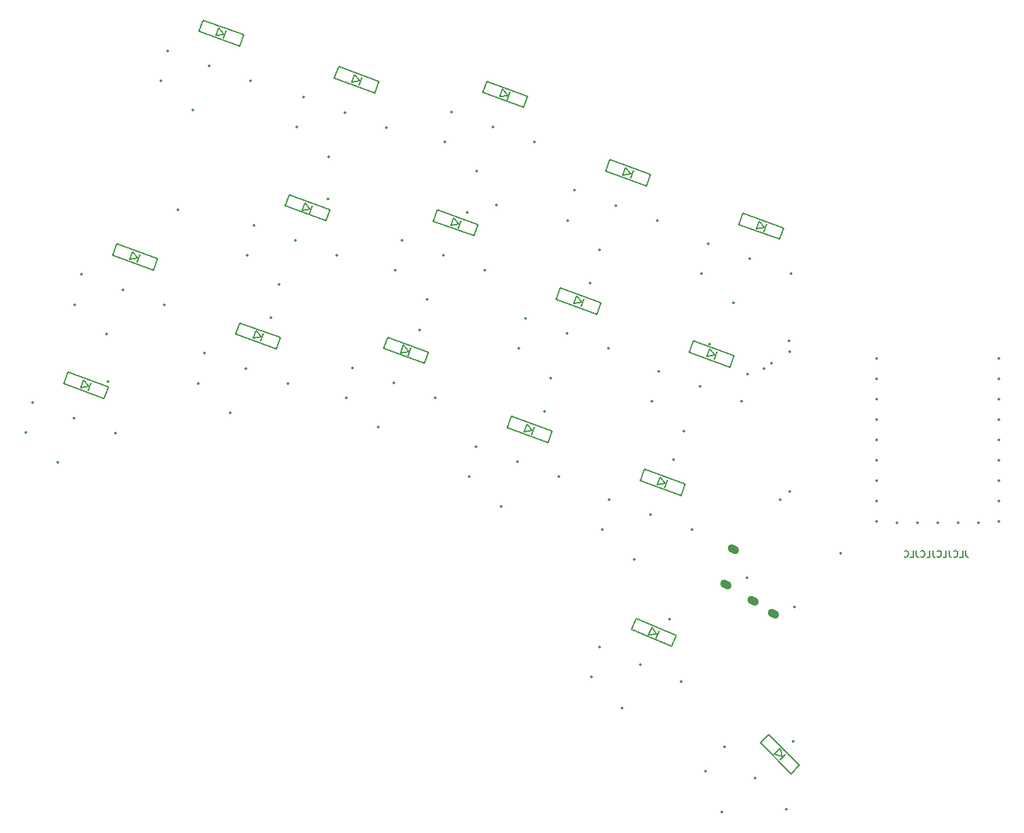
<source format=gbo>
%TF.GenerationSoftware,KiCad,Pcbnew,(6.0.11)*%
%TF.CreationDate,2024-04-13T23:12:42+09:00*%
%TF.ProjectId,haqua34_left,68617175-6133-4345-9f6c-6566742e6b69,rev?*%
%TF.SameCoordinates,Original*%
%TF.FileFunction,Legend,Bot*%
%TF.FilePolarity,Positive*%
%FSLAX46Y46*%
G04 Gerber Fmt 4.6, Leading zero omitted, Abs format (unit mm)*
G04 Created by KiCad (PCBNEW (6.0.11)) date 2024-04-13 23:12:42*
%MOMM*%
%LPD*%
G01*
G04 APERTURE LIST*
G04 Aperture macros list*
%AMHorizOval*
0 Thick line with rounded ends*
0 $1 width*
0 $2 $3 position (X,Y) of the first rounded end (center of the circle)*
0 $4 $5 position (X,Y) of the second rounded end (center of the circle)*
0 Add line between two ends*
20,1,$1,$2,$3,$4,$5,0*
0 Add two circle primitives to create the rounded ends*
1,1,$1,$2,$3*
1,1,$1,$4,$5*%
G04 Aperture macros list end*
%ADD10C,0.200000*%
%ADD11C,0.150000*%
%ADD12C,0.350000*%
%ADD13HorizOval,1.000000X-0.213160X0.130625X0.213160X-0.130625X0*%
G04 APERTURE END LIST*
D10*
X141795238Y-95661904D02*
X141795238Y-96233333D01*
X141833333Y-96347619D01*
X141909523Y-96423809D01*
X142023809Y-96461904D01*
X142100000Y-96461904D01*
X141033333Y-96461904D02*
X141414285Y-96461904D01*
X141414285Y-95661904D01*
X140309523Y-96385714D02*
X140347619Y-96423809D01*
X140461904Y-96461904D01*
X140538095Y-96461904D01*
X140652380Y-96423809D01*
X140728571Y-96347619D01*
X140766666Y-96271428D01*
X140804761Y-96119047D01*
X140804761Y-96004761D01*
X140766666Y-95852380D01*
X140728571Y-95776190D01*
X140652380Y-95700000D01*
X140538095Y-95661904D01*
X140461904Y-95661904D01*
X140347619Y-95700000D01*
X140309523Y-95738095D01*
X139738095Y-95661904D02*
X139738095Y-96233333D01*
X139776190Y-96347619D01*
X139852380Y-96423809D01*
X139966666Y-96461904D01*
X140042857Y-96461904D01*
X138976190Y-96461904D02*
X139357142Y-96461904D01*
X139357142Y-95661904D01*
X138252380Y-96385714D02*
X138290476Y-96423809D01*
X138404761Y-96461904D01*
X138480952Y-96461904D01*
X138595238Y-96423809D01*
X138671428Y-96347619D01*
X138709523Y-96271428D01*
X138747619Y-96119047D01*
X138747619Y-96004761D01*
X138709523Y-95852380D01*
X138671428Y-95776190D01*
X138595238Y-95700000D01*
X138480952Y-95661904D01*
X138404761Y-95661904D01*
X138290476Y-95700000D01*
X138252380Y-95738095D01*
X137680952Y-95661904D02*
X137680952Y-96233333D01*
X137719047Y-96347619D01*
X137795238Y-96423809D01*
X137909523Y-96461904D01*
X137985714Y-96461904D01*
X136919047Y-96461904D02*
X137300000Y-96461904D01*
X137300000Y-95661904D01*
X136195238Y-96385714D02*
X136233333Y-96423809D01*
X136347619Y-96461904D01*
X136423809Y-96461904D01*
X136538095Y-96423809D01*
X136614285Y-96347619D01*
X136652380Y-96271428D01*
X136690476Y-96119047D01*
X136690476Y-96004761D01*
X136652380Y-95852380D01*
X136614285Y-95776190D01*
X136538095Y-95700000D01*
X136423809Y-95661904D01*
X136347619Y-95661904D01*
X136233333Y-95700000D01*
X136195238Y-95738095D01*
X135623809Y-95661904D02*
X135623809Y-96233333D01*
X135661904Y-96347619D01*
X135738095Y-96423809D01*
X135852380Y-96461904D01*
X135928571Y-96461904D01*
X134861904Y-96461904D02*
X135242857Y-96461904D01*
X135242857Y-95661904D01*
X134138095Y-96385714D02*
X134176190Y-96423809D01*
X134290476Y-96461904D01*
X134366666Y-96461904D01*
X134480952Y-96423809D01*
X134557142Y-96347619D01*
X134595238Y-96271428D01*
X134633333Y-96119047D01*
X134633333Y-96004761D01*
X134595238Y-95852380D01*
X134557142Y-95776190D01*
X134480952Y-95700000D01*
X134366666Y-95661904D01*
X134290476Y-95661904D01*
X134176190Y-95700000D01*
X134138095Y-95738095D01*
D11*
%TO.C,D2*%
X66250877Y-37086808D02*
X65234144Y-37248836D01*
X66173836Y-37590856D02*
X66515856Y-36651164D01*
X68668685Y-37168685D02*
X63594345Y-35321776D01*
X65576164Y-36309144D02*
X66250877Y-37086808D01*
X68155655Y-38578224D02*
X68668685Y-37168685D01*
X63594345Y-35321776D02*
X63081315Y-36731315D01*
X63081315Y-36731315D02*
X68155655Y-38578224D01*
X65234144Y-37248836D02*
X65576164Y-36309144D01*
%TO.C,D9*%
X96343685Y-64743685D02*
X91269345Y-62896776D01*
X93925877Y-64661808D02*
X92909144Y-64823836D01*
X93848836Y-65165856D02*
X94190856Y-64226164D01*
X95830655Y-66153224D02*
X96343685Y-64743685D01*
X90756315Y-64306315D02*
X95830655Y-66153224D01*
X93251164Y-63884144D02*
X93925877Y-64661808D01*
X91269345Y-62896776D02*
X90756315Y-64306315D01*
X92909144Y-64823836D02*
X93251164Y-63884144D01*
%TO.C,D10*%
X107869345Y-69496776D02*
X107356315Y-70906315D01*
X107356315Y-70906315D02*
X112430655Y-72753224D01*
X109509144Y-71423836D02*
X109851164Y-70484144D01*
X110525877Y-71261808D02*
X109509144Y-71423836D01*
X110448836Y-71765856D02*
X110790856Y-70826164D01*
X109851164Y-70484144D02*
X110525877Y-71261808D01*
X112430655Y-72753224D02*
X112943685Y-71343685D01*
X112943685Y-71343685D02*
X107869345Y-69496776D01*
%TO.C,D8*%
X78600877Y-54911808D02*
X77584144Y-55073836D01*
X78523836Y-55415856D02*
X78865856Y-54476164D01*
X80505655Y-56403224D02*
X81018685Y-54993685D01*
X77584144Y-55073836D02*
X77926164Y-54134144D01*
X75431315Y-54556315D02*
X80505655Y-56403224D01*
X77926164Y-54134144D02*
X78600877Y-54911808D01*
X81018685Y-54993685D02*
X75944345Y-53146776D01*
X75944345Y-53146776D02*
X75431315Y-54556315D01*
%TO.C,D13*%
X71701164Y-70034144D02*
X72375877Y-70811808D01*
X69719345Y-69046776D02*
X69206315Y-70456315D01*
X69206315Y-70456315D02*
X74280655Y-72303224D01*
X72298836Y-71315856D02*
X72640856Y-70376164D01*
X71359144Y-70973836D02*
X71701164Y-70034144D01*
X74793685Y-70893685D02*
X69719345Y-69046776D01*
X72375877Y-70811808D02*
X71359144Y-70973836D01*
X74280655Y-72303224D02*
X74793685Y-70893685D01*
%TO.C,D6*%
X35919345Y-57421776D02*
X35406315Y-58831315D01*
X40993685Y-59268685D02*
X35919345Y-57421776D01*
X37901164Y-58409144D02*
X38575877Y-59186808D01*
X38498836Y-59690856D02*
X38840856Y-58751164D01*
X40480655Y-60678224D02*
X40993685Y-59268685D01*
X35406315Y-58831315D02*
X40480655Y-60678224D01*
X38575877Y-59186808D02*
X37559144Y-59348836D01*
X37559144Y-59348836D02*
X37901164Y-58409144D01*
%TO.C,D3*%
X86630655Y-40378224D02*
X87143685Y-38968685D01*
X84648836Y-39390856D02*
X84990856Y-38451164D01*
X82069345Y-37121776D02*
X81556315Y-38531315D01*
X83709144Y-39048836D02*
X84051164Y-38109144D01*
X84051164Y-38109144D02*
X84725877Y-38886808D01*
X81556315Y-38531315D02*
X86630655Y-40378224D01*
X84725877Y-38886808D02*
X83709144Y-39048836D01*
X87143685Y-38968685D02*
X82069345Y-37121776D01*
%TO.C,D15*%
X106793685Y-87343685D02*
X101719345Y-85496776D01*
X104298836Y-87765856D02*
X104640856Y-86826164D01*
X103701164Y-86484144D02*
X104375877Y-87261808D01*
X101719345Y-85496776D02*
X101206315Y-86906315D01*
X106280655Y-88753224D02*
X106793685Y-87343685D01*
X104375877Y-87261808D02*
X103359144Y-87423836D01*
X103359144Y-87423836D02*
X103701164Y-86484144D01*
X101206315Y-86906315D02*
X106280655Y-88753224D01*
%TO.C,D11*%
X31801164Y-74409144D02*
X32475877Y-75186808D01*
X29306315Y-74831315D02*
X34380655Y-76678224D01*
X29819345Y-73421776D02*
X29306315Y-74831315D01*
X31459144Y-75348836D02*
X31801164Y-74409144D01*
X32398836Y-75690856D02*
X32740856Y-74751164D01*
X34893685Y-75268685D02*
X29819345Y-73421776D01*
X34380655Y-76678224D02*
X34893685Y-75268685D01*
X32475877Y-75186808D02*
X31459144Y-75348836D01*
%TO.C,D4*%
X96906315Y-48331315D02*
X101980655Y-50178224D01*
X99998836Y-49190856D02*
X100340856Y-48251164D01*
X100075877Y-48686808D02*
X99059144Y-48848836D01*
X99401164Y-47909144D02*
X100075877Y-48686808D01*
X99059144Y-48848836D02*
X99401164Y-47909144D01*
X101980655Y-50178224D02*
X102493685Y-48768685D01*
X102493685Y-48768685D02*
X97419345Y-46921776D01*
X97419345Y-46921776D02*
X96906315Y-48331315D01*
%TO.C,D1*%
X48676164Y-30484144D02*
X49350877Y-31261808D01*
X49350877Y-31261808D02*
X48334144Y-31423836D01*
X49273836Y-31765856D02*
X49615856Y-30826164D01*
X51255655Y-32753224D02*
X51768685Y-31343685D01*
X46694345Y-29496776D02*
X46181315Y-30906315D01*
X51768685Y-31343685D02*
X46694345Y-29496776D01*
X48334144Y-31423836D02*
X48676164Y-30484144D01*
X46181315Y-30906315D02*
X51255655Y-32753224D01*
%TO.C,D7*%
X60023836Y-53540856D02*
X60365856Y-52601164D01*
X56931315Y-52681315D02*
X62005655Y-54528224D01*
X60100877Y-53036808D02*
X59084144Y-53198836D01*
X62518685Y-53118685D02*
X57444345Y-51271776D01*
X59084144Y-53198836D02*
X59426164Y-52259144D01*
X57444345Y-51271776D02*
X56931315Y-52681315D01*
X59426164Y-52259144D02*
X60100877Y-53036808D01*
X62005655Y-54528224D02*
X62518685Y-53118685D01*
%TO.C,D14*%
X87698836Y-81190856D02*
X88040856Y-80251164D01*
X84606315Y-80331315D02*
X89680655Y-82178224D01*
X87775877Y-80686808D02*
X86759144Y-80848836D01*
X87101164Y-79909144D02*
X87775877Y-80686808D01*
X90193685Y-80768685D02*
X85119345Y-78921776D01*
X85119345Y-78921776D02*
X84606315Y-80331315D01*
X89680655Y-82178224D02*
X90193685Y-80768685D01*
X86759144Y-80848836D02*
X87101164Y-79909144D01*
%TO.C,D17*%
X121064518Y-122403858D02*
X117246142Y-118585482D01*
X118625000Y-121732107D02*
X119332107Y-121025000D01*
X118907843Y-121307843D02*
X117917893Y-121025000D01*
X117246142Y-118585482D02*
X116185482Y-119646142D01*
X116185482Y-119646142D02*
X120003858Y-123464518D01*
X117917893Y-121025000D02*
X118625000Y-120317893D01*
X120003858Y-123464518D02*
X121064518Y-122403858D01*
X118625000Y-120317893D02*
X118907843Y-121307843D01*
%TO.C,D16*%
X100146589Y-105510405D02*
X105117315Y-107620353D01*
X100732685Y-104129647D02*
X100146589Y-105510405D01*
X103293202Y-106031292D02*
X102269382Y-106139887D01*
X102660113Y-105219382D02*
X103293202Y-106031292D01*
X102269382Y-106139887D02*
X102660113Y-105219382D01*
X103189887Y-106530618D02*
X103580618Y-105610113D01*
X105117315Y-107620353D02*
X105703411Y-106239595D01*
X105703411Y-106239595D02*
X100732685Y-104129647D01*
%TO.C,D12*%
X51294345Y-67246776D02*
X50781315Y-68656315D01*
X52934144Y-69173836D02*
X53276164Y-68234144D01*
X53873836Y-69515856D02*
X54215856Y-68576164D01*
X56368685Y-69093685D02*
X51294345Y-67246776D01*
X55855655Y-70503224D02*
X56368685Y-69093685D01*
X53950877Y-69011808D02*
X52934144Y-69173836D01*
X53276164Y-68234144D02*
X53950877Y-69011808D01*
X50781315Y-68656315D02*
X55855655Y-70503224D01*
%TO.C,D5*%
X116026164Y-54559144D02*
X116700877Y-55336808D01*
X116623836Y-55840856D02*
X116965856Y-54901164D01*
X118605655Y-56828224D02*
X119118685Y-55418685D01*
X113531315Y-54981315D02*
X118605655Y-56828224D01*
X116700877Y-55336808D02*
X115684144Y-55498836D01*
X119118685Y-55418685D02*
X114044345Y-53571776D01*
X115684144Y-55498836D02*
X116026164Y-54559144D01*
X114044345Y-53571776D02*
X113531315Y-54981315D01*
%TD*%
D12*
X62287500Y-51787500D03*
X109825000Y-69900000D03*
X95000000Y-62275000D03*
X79650000Y-53500000D03*
X114606581Y-73600000D03*
X43550000Y-53125000D03*
X55175000Y-66600000D03*
X34882581Y-74550000D03*
X89250000Y-78275000D03*
X119825000Y-88300000D03*
X105400000Y-84275000D03*
X73725000Y-68125000D03*
X120250000Y-119450000D03*
X118625000Y-89275000D03*
X104850000Y-104175000D03*
X126218885Y-96018885D03*
X83275000Y-52575000D03*
X116650000Y-72999500D03*
X117525000Y-72275000D03*
X119825000Y-70875000D03*
X119800000Y-69500000D03*
X114502559Y-99008762D03*
X120471040Y-102666252D03*
D13*
X112786093Y-95493973D03*
X117839040Y-103516299D03*
X115281120Y-101948803D03*
X111870559Y-99858809D03*
D12*
X92201860Y-54460731D03*
X96182081Y-58144186D03*
X98200000Y-52600000D03*
X103368309Y-54481111D03*
X93031691Y-50718889D03*
X96501860Y-93035731D03*
X100482081Y-96719186D03*
X107668309Y-93056111D03*
X97331691Y-89293889D03*
X102500000Y-91175000D03*
X76851860Y-44660731D03*
X80832081Y-48344186D03*
X88018309Y-44681111D03*
X77681691Y-40918889D03*
X82850000Y-42800000D03*
X95162697Y-111394263D03*
X98944686Y-115280979D03*
X101250000Y-109850000D03*
X96187223Y-107700979D03*
X106312777Y-111999021D03*
X70701860Y-60660731D03*
X74682081Y-64344186D03*
X81868309Y-60681111D03*
X76700000Y-58800000D03*
X71531691Y-56918889D03*
X102676860Y-77035731D03*
X106657081Y-80719186D03*
X103506691Y-73293889D03*
X108675000Y-75175000D03*
X113843309Y-77056111D03*
X108826860Y-61085731D03*
X112807081Y-64769186D03*
X109656691Y-57343889D03*
X114825000Y-59225000D03*
X119993309Y-61106111D03*
X86076860Y-70435731D03*
X90057081Y-74119186D03*
X86906691Y-66693889D03*
X97243309Y-70456111D03*
X92075000Y-68575000D03*
X52226860Y-58810731D03*
X56207081Y-62494186D03*
X58225000Y-56950000D03*
X63393309Y-58831111D03*
X53056691Y-55068889D03*
X46076860Y-74785731D03*
X50057081Y-78469186D03*
X46906691Y-71043889D03*
X57243309Y-74806111D03*
X52075000Y-72925000D03*
X64526860Y-76585731D03*
X68507081Y-80269186D03*
X75693309Y-76606111D03*
X65356691Y-72843889D03*
X70525000Y-74725000D03*
X130659000Y-71665000D03*
X130659000Y-74205000D03*
X130659000Y-76745000D03*
X130659000Y-79285000D03*
X130659000Y-81825000D03*
X130659000Y-84365000D03*
X130659000Y-86905000D03*
X130659000Y-89445000D03*
X130659000Y-91985000D03*
X133199000Y-92195000D03*
X135739000Y-92195000D03*
X138279000Y-92195000D03*
X140819000Y-92195000D03*
X143359000Y-92195000D03*
X145899000Y-91985000D03*
X145899000Y-89445000D03*
X145899000Y-86905000D03*
X145899000Y-84365000D03*
X145899000Y-81825000D03*
X145899000Y-79285000D03*
X145899000Y-76745000D03*
X145899000Y-74205000D03*
X145899000Y-71665000D03*
X109352460Y-123201472D03*
X111403070Y-128221930D03*
X119464087Y-127939087D03*
X115575000Y-124050000D03*
X111685913Y-120160913D03*
X58401860Y-42860731D03*
X62382081Y-46544186D03*
X69568309Y-42881111D03*
X59231691Y-39118889D03*
X64400000Y-41000000D03*
X41475017Y-37035731D03*
X45455238Y-40719186D03*
X47473157Y-35175000D03*
X42304848Y-33293889D03*
X52641466Y-37056111D03*
X79901860Y-86435731D03*
X83882081Y-90119186D03*
X80731691Y-82693889D03*
X85900000Y-84575000D03*
X91068309Y-86456111D03*
X30701860Y-64960731D03*
X34682081Y-68644186D03*
X41868309Y-64981111D03*
X36700000Y-63100000D03*
X31531691Y-61218889D03*
X24601860Y-80960731D03*
X28582081Y-84644186D03*
X30600000Y-79100000D03*
X35768309Y-80981111D03*
X25431691Y-77218889D03*
M02*

</source>
